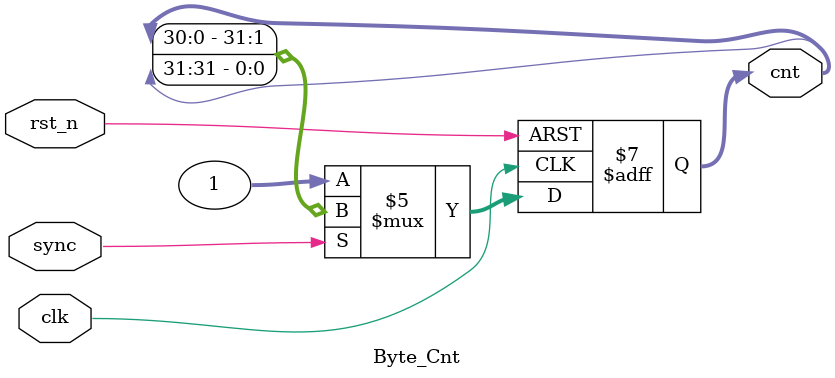
<source format=v>
`timescale 1ns/1ps

module Byte_Cnt(
	input clk,
	input rst_n,
	input sync,
	output reg [31:0] cnt
);

 
always @(posedge clk, negedge  rst_n)
begin
	if(! rst_n)
	    cnt <= 32'd1;
	else if(!sync)
	    cnt <= 32'd1;
	else
	    cnt <= {cnt[30:0], cnt[31]};
end

 

endmodule

</source>
